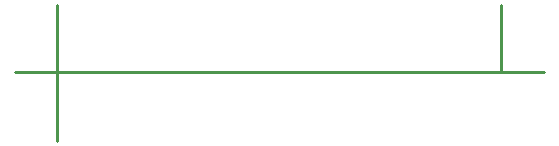
<source format=gtp>
G04 Layer: TopPasteMaskLayer*
G04 EasyEDA v6.5.14, 2022-08-21 18:00:10*
G04 3d7316f8269045e7ac56a41c2c61023c,7aa08f51fe6a4c2ca52d8fcabd33266a,10*
G04 Gerber Generator version 0.2*
G04 Scale: 100 percent, Rotated: No, Reflected: No *
G04 Dimensions in millimeters *
G04 leading zeros omitted , absolute positions ,4 integer and 5 decimal *
%FSLAX45Y45*%
%MOMM*%

%ADD10C,0.2540*%

%LPD*%
D10*
X4114800Y0D02*
G01*
X4114800Y-571500D01*
X355600Y-1155700D02*
G01*
X355600Y0D01*
X0Y-571500D02*
G01*
X4483100Y-571500D01*
M02*

</source>
